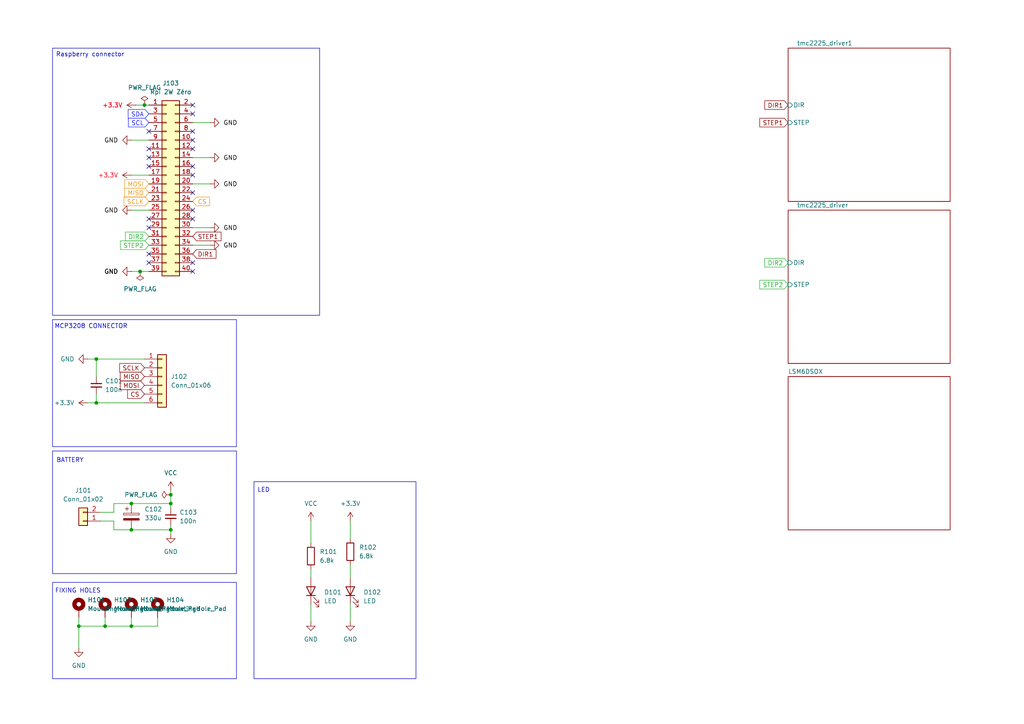
<source format=kicad_sch>
(kicad_sch (version 20250114) (generator "eeschema") (generator_version "9.0")
  (paper "A4")
  (lib_symbols
    (symbol "Connector_Generic:Conn_01x02" (pin_names (offset 1.016) (hide yes))
      (property "Reference" "J" (at 0 2.54 0))
      (property "Value" "Conn_01x02" (at 0 -5.08 0))
      (symbol "Conn_01x02_1_1"
        (rectangle (start -1.27 1.27) (end 1.27 -3.81) (stroke (width 0.254)) (fill (type background)))
        (rectangle (start -1.27 0.127) (end 0 -0.127) (stroke (width 0.1524)))
        (rectangle (start -1.27 -2.413) (end 0 -2.667) (stroke (width 0.1524)))
        (pin passive line (at -5.08 0 0) (length 3.81) (name "Pin_1") (number "1"))
        (pin passive line (at -5.08 -2.54 0) (length 3.81) (name "Pin_2") (number "2"))
      )
    )
    (symbol "Connector_Generic:Conn_01x06" (pin_names (offset 1.016) (hide yes))
      (property "Reference" "J" (at 0 7.62 0))
      (property "Value" "Conn_01x06" (at 0 -10.16 0))
      (symbol "Conn_01x06_1_1"
        (rectangle (start -1.27 6.35) (end 1.27 -8.89) (stroke (width 0.254)) (fill (type background)))
        (rectangle (start -1.27 5.207) (end 0 4.953) (stroke (width 0.1524)))
        (rectangle (start -1.27 2.667) (end 0 2.413) (stroke (width 0.1524)))
        (rectangle (start -1.27 0.127) (end 0 -0.127) (stroke (width 0.1524)))
        (rectangle (start -1.27 -2.413) (end 0 -2.667) (stroke (width 0.1524)))
        (rectangle (start -1.27 -4.953) (end 0 -5.207) (stroke (width 0.1524)))
        (rectangle (start -1.27 -7.493) (end 0 -7.747) (stroke (width 0.1524)))
        (pin passive line (at -5.08 5.08 0) (length 3.81) (name "Pin_1") (number "1"))
        (pin passive line (at -5.08 2.54 0) (length 3.81) (name "Pin_2") (number "2"))
        (pin passive line (at -5.08 0 0) (length 3.81) (name "Pin_3") (number "3"))
        (pin passive line (at -5.08 -2.54 0) (length 3.81) (name "Pin_4") (number "4"))
        (pin passive line (at -5.08 -5.08 0) (length 3.81) (name "Pin_5") (number "5"))
        (pin passive line (at -5.08 -7.62 0) (length 3.81) (name "Pin_6") (number "6"))
      )
    )
    (symbol "Connector_Generic:Conn_02x20_Odd_Even" (pin_names (offset 1.016) (hide yes))
      (property "Reference" "J" (at 1.27 25.4 0))
      (property "Value" "Conn_02x20_Odd_Even" (at 1.27 -27.94 0))
      (symbol "Conn_02x20_Odd_Even_1_1"
        (rectangle (start -1.27 24.13) (end 3.81 -26.67) (stroke (width 0.254)) (fill (type background)))
        (rectangle (start -1.27 22.987) (end 0 22.733) (stroke (width 0.1524)))
        (rectangle (start -1.27 20.447) (end 0 20.193) (stroke (width 0.1524)))
        (rectangle (start -1.27 17.907) (end 0 17.653) (stroke (width 0.1524)))
        (rectangle (start -1.27 15.367) (end 0 15.113) (stroke (width 0.1524)))
        (rectangle (start -1.27 12.827) (end 0 12.573) (stroke (width 0.1524)))
        (rectangle (start -1.27 10.287) (end 0 10.033) (stroke (width 0.1524)))
        (rectangle (start -1.27 7.747) (end 0 7.493) (stroke (width 0.1524)))
        (rectangle (start -1.27 5.207) (end 0 4.953) (stroke (width 0.1524)))
        (rectangle (start -1.27 2.667) (end 0 2.413) (stroke (width 0.1524)))
        (rectangle (start -1.27 0.127) (end 0 -0.127) (stroke (width 0.1524)))
        (rectangle (start -1.27 -2.413) (end 0 -2.667) (stroke (width 0.1524)))
        (rectangle (start -1.27 -4.953) (end 0 -5.207) (stroke (width 0.1524)))
        (rectangle (start -1.27 -7.493) (end 0 -7.747) (stroke (width 0.1524)))
        (rectangle (start -1.27 -10.033) (end 0 -10.287) (stroke (width 0.1524)))
        (rectangle (start -1.27 -12.573) (end 0 -12.827) (stroke (width 0.1524)))
        (rectangle (start -1.27 -15.113) (end 0 -15.367) (stroke (width 0.1524)))
        (rectangle (start -1.27 -17.653) (end 0 -17.907) (stroke (width 0.1524)))
        (rectangle (start -1.27 -20.193) (end 0 -20.447) (stroke (width 0.1524)))
        (rectangle (start -1.27 -22.733) (end 0 -22.987) (stroke (width 0.1524)))
        (rectangle (start -1.27 -25.273) (end 0 -25.527) (stroke (width 0.1524)))
        (rectangle (start 3.81 22.987) (end 2.54 22.733) (stroke (width 0.1524)))
        (rectangle (start 3.81 20.447) (end 2.54 20.193) (stroke (width 0.1524)))
        (rectangle (start 3.81 17.907) (end 2.54 17.653) (stroke (width 0.1524)))
        (rectangle (start 3.81 15.367) (end 2.54 15.113) (stroke (width 0.1524)))
        (rectangle (start 3.81 12.827) (end 2.54 12.573) (stroke (width 0.1524)))
        (rectangle (start 3.81 10.287) (end 2.54 10.033) (stroke (width 0.1524)))
        (rectangle (start 3.81 7.747) (end 2.54 7.493) (stroke (width 0.1524)))
        (rectangle (start 3.81 5.207) (end 2.54 4.953) (stroke (width 0.1524)))
        (rectangle (start 3.81 2.667) (end 2.54 2.413) (stroke (width 0.1524)))
        (rectangle (start 3.81 0.127) (end 2.54 -0.127) (stroke (width 0.1524)))
        (rectangle (start 3.81 -2.413) (end 2.54 -2.667) (stroke (width 0.1524)))
        (rectangle (start 3.81 -4.953) (end 2.54 -5.207) (stroke (width 0.1524)))
        (rectangle (start 3.81 -7.493) (end 2.54 -7.747) (stroke (width 0.1524)))
        (rectangle (start 3.81 -10.033) (end 2.54 -10.287) (stroke (width 0.1524)))
        (rectangle (start 3.81 -12.573) (end 2.54 -12.827) (stroke (width 0.1524)))
        (rectangle (start 3.81 -15.113) (end 2.54 -15.367) (stroke (width 0.1524)))
        (rectangle (start 3.81 -17.653) (end 2.54 -17.907) (stroke (width 0.1524)))
        (rectangle (start 3.81 -20.193) (end 2.54 -20.447) (stroke (width 0.1524)))
        (rectangle (start 3.81 -22.733) (end 2.54 -22.987) (stroke (width 0.1524)))
        (rectangle (start 3.81 -25.273) (end 2.54 -25.527) (stroke (width 0.1524)))
        (pin passive line (at -5.08 22.86 0) (length 3.81) (name "Pin_1") (number "1"))
        (pin passive line (at -5.08 20.32 0) (length 3.81) (name "Pin_3") (number "3"))
        (pin passive line (at -5.08 17.78 0) (length 3.81) (name "Pin_5") (number "5"))
        (pin passive line (at -5.08 15.24 0) (length 3.81) (name "Pin_7") (number "7"))
        (pin passive line (at -5.08 12.7 0) (length 3.81) (name "Pin_9") (number "9"))
        (pin passive line (at -5.08 10.16 0) (length 3.81) (name "Pin_11") (number "11"))
        (pin passive line (at -5.08 7.62 0) (length 3.81) (name "Pin_13") (number "13"))
        (pin passive line (at -5.08 5.08 0) (length 3.81) (name "Pin_15") (number "15"))
        (pin passive line (at -5.08 2.54 0) (length 3.81) (name "Pin_17") (number "17"))
        (pin passive line (at -5.08 0 0) (length 3.81) (name "Pin_19") (number "19"))
        (pin passive line (at -5.08 -2.54 0) (length 3.81) (name "Pin_21") (number "21"))
        (pin passive line (at -5.08 -5.08 0) (length 3.81) (name "Pin_23") (number "23"))
        (pin passive line (at -5.08 -7.62 0) (length 3.81) (name "Pin_25") (number "25"))
        (pin passive line (at -5.08 -10.16 0) (length 3.81) (name "Pin_27") (number "27"))
        (pin passive line (at -5.08 -12.7 0) (length 3.81) (name "Pin_29") (number "29"))
        (pin passive line (at -5.08 -15.24 0) (length 3.81) (name "Pin_31") (number "31"))
        (pin passive line (at -5.08 -17.78 0) (length 3.81) (name "Pin_33") (number "33"))
        (pin passive line (at -5.08 -20.32 0) (length 3.81) (name "Pin_35") (number "35"))
        (pin passive line (at -5.08 -22.86 0) (length 3.81) (name "Pin_37") (number "37"))
        (pin passive line (at -5.08 -25.4 0) (length 3.81) (name "Pin_39") (number "39"))
        (pin passive line (at 7.62 22.86 180) (length 3.81) (name "Pin_2") (number "2"))
        (pin passive line (at 7.62 20.32 180) (length 3.81) (name "Pin_4") (number "4"))
        (pin passive line (at 7.62 17.78 180) (length 3.81) (name "Pin_6") (number "6"))
        (pin passive line (at 7.62 15.24 180) (length 3.81) (name "Pin_8") (number "8"))
        (pin passive line (at 7.62 12.7 180) (length 3.81) (name "Pin_10") (number "10"))
        (pin passive line (at 7.62 10.16 180) (length 3.81) (name "Pin_12") (number "12"))
        (pin passive line (at 7.62 7.62 180) (length 3.81) (name "Pin_14") (number "14"))
        (pin passive line (at 7.62 5.08 180) (length 3.81) (name "Pin_16") (number "16"))
        (pin passive line (at 7.62 2.54 180) (length 3.81) (name "Pin_18") (number "18"))
        (pin passive line (at 7.62 0 180) (length 3.81) (name "Pin_20") (number "20"))
        (pin passive line (at 7.62 -2.54 180) (length 3.81) (name "Pin_22") (number "22"))
        (pin passive line (at 7.62 -5.08 180) (length 3.81) (name "Pin_24") (number "24"))
        (pin passive line (at 7.62 -7.62 180) (length 3.81) (name "Pin_26") (number "26"))
        (pin passive line (at 7.62 -10.16 180) (length 3.81) (name "Pin_28") (number "28"))
        (pin passive line (at 7.62 -12.7 180) (length 3.81) (name "Pin_30") (number "30"))
        (pin passive line (at 7.62 -15.24 180) (length 3.81) (name "Pin_32") (number "32"))
        (pin passive line (at 7.62 -17.78 180) (length 3.81) (name "Pin_34") (number "34"))
        (pin passive line (at 7.62 -20.32 180) (length 3.81) (name "Pin_36") (number "36"))
        (pin passive line (at 7.62 -22.86 180) (length 3.81) (name "Pin_38") (number "38"))
        (pin passive line (at 7.62 -25.4 180) (length 3.81) (name "Pin_40") (number "40"))
      )
    )
    (symbol "Device:C_Polarized" (pin_numbers (hide yes)) (pin_names (offset 0.254))
      (property "Reference" "C" (at 0.635 2.54 0))
      (property "Value" "C_Polarized" (at 0.635 -2.54 0))
      (symbol "C_Polarized_0_1"
        (rectangle (start -2.286 0.508) (end 2.286 1.016))
        (polyline (pts (xy -1.778 2.286) (xy -0.762 2.286)))
        (polyline (pts (xy -1.27 2.794) (xy -1.27 1.778)))
        (rectangle (start 2.286 -0.508) (end -2.286 -1.016) (fill (type outline)))
      )
      (symbol "C_Polarized_1_1"
        (pin passive line (at 0 3.81 270) (length 2.794) (name "~") (number "1"))
        (pin passive line (at 0 -3.81 90) (length 2.794) (name "~") (number "2"))
      )
    )
    (symbol "Device:C_Small" (pin_numbers (hide yes)) (pin_names (offset 0.254) (hide yes))
      (property "Reference" "C" (at 0.254 1.778 0))
      (property "Value" "C_Small" (at 0.254 -2.032 0))
      (symbol "C_Small_0_1"
        (polyline (pts (xy -1.524 0.508) (xy 1.524 0.508)) (stroke (width 0.3048)))
        (polyline (pts (xy -1.524 -0.508) (xy 1.524 -0.508)) (stroke (width 0.3302)))
      )
      (symbol "C_Small_1_1"
        (pin passive line (at 0 2.54 270) (length 2.032) (name "~") (number "1"))
        (pin passive line (at 0 -2.54 90) (length 2.032) (name "~") (number "2"))
      )
    )
    (symbol "Device:LED" (pin_numbers (hide yes)) (pin_names (offset 1.016) (hide yes))
      (property "Reference" "D" (at 0 2.54 0))
      (property "Value" "LED" (at 0 -2.54 0))
      (symbol "LED_0_1"
        (polyline (pts (xy -3.048 -0.762) (xy -4.572 -2.286) (xy -3.81 -2.286) (xy -4.572 -2.286) (xy -4.572 -1.524)))
        (polyline (pts (xy -1.778 -0.762) (xy -3.302 -2.286) (xy -2.54 -2.286) (xy -3.302 -2.286) (xy -3.302 -1.524)))
        (polyline (pts (xy -1.27 0) (xy 1.27 0)))
        (polyline (pts (xy -1.27 -1.27) (xy -1.27 1.27)) (stroke (width 0.254)))
        (polyline (pts (xy 1.27 -1.27) (xy 1.27 1.27) (xy -1.27 0) (xy 1.27 -1.27)) (stroke (width 0.254)))
      )
      (symbol "LED_1_1"
        (pin passive line (at -3.81 0 0) (length 2.54) (name "K") (number "1"))
        (pin passive line (at 3.81 0 180) (length 2.54) (name "A") (number "2"))
      )
    )
    (symbol "Device:R" (pin_numbers (hide yes)) (pin_names (offset 0))
      (property "Reference" "R" (at 2.032 0 90))
      (property "Value" "R" (at 0 0 90))
      (symbol "R_0_1"
        (rectangle (start -1.016 -2.54) (end 1.016 2.54) (stroke (width 0.254)))
      )
      (symbol "R_1_1"
        (pin passive line (at 0 3.81 270) (length 1.27) (name "~") (number "1"))
        (pin passive line (at 0 -3.81 90) (length 1.27) (name "~") (number "2"))
      )
    )
    (symbol "Mechanical:MountingHole_Pad" (pin_numbers (hide yes)) (pin_names (offset 1.016) (hide yes))
      (property "Reference" "H" (at 0 6.35 0))
      (property "Value" "MountingHole_Pad" (at 0 4.445 0))
      (symbol "MountingHole_Pad_0_1"
        (circle (center 0 1.27) (radius 1.27) (stroke (width 1.27)))
      )
      (symbol "MountingHole_Pad_1_1"
        (pin input line (at 0 -2.54 90) (length 2.54) (name "1") (number "1"))
      )
    )
    (symbol "VCC_2" (power) (pin_numbers (hide yes)) (pin_names (offset 0) (hide yes))
      (property "Value" "VCC" (at 0 3.556 0))
      (symbol "VCC_2_0_1"
        (polyline (pts (xy -0.762 1.27) (xy 0 2.54)))
        (polyline (pts (xy 0 2.54) (xy 0.762 1.27)))
        (polyline (pts (xy 0 0) (xy 0 2.54)))
      )
      (symbol "VCC_2_1_1"
        (pin power_in line (at 0 0 90) (length 0) (name "~") (number "1"))
      )
    )
    (symbol "power:+3.3V" (power) (pin_numbers (hide yes)) (pin_names (offset 0) (hide yes))
      (property "Value" "+3.3V" (at 0 3.556 0))
      (symbol "+3.3V_0_1"
        (polyline (pts (xy -0.762 1.27) (xy 0 2.54)))
        (polyline (pts (xy 0 2.54) (xy 0.762 1.27)))
        (polyline (pts (xy 0 0) (xy 0 2.54)))
      )
      (symbol "+3.3V_1_1"
        (pin power_in line (at 0 0 90) (length 0) (name "~") (number "1"))
      )
    )
    (symbol "power:GND" (power) (pin_numbers (hide yes)) (pin_names (offset 0) (hide yes))
      (property "Value" "GND" (at 0 -3.81 0))
      (symbol "GND_0_1"
        (polyline (pts (xy 0 0) (xy 0 -1.27) (xy 1.27 -1.27) (xy 0 -2.54) (xy -1.27 -1.27) (xy 0 -1.27)))
      )
      (symbol "GND_1_1"
        (pin power_in line (at 0 0 270) (length 0) (name "~") (number "1"))
      )
    )
    (symbol "power:PWR_FLAG" (power) (pin_numbers (hide yes)) (pin_names (offset 0) (hide yes))
      (property "Value" "PWR_FLAG" (at 0 3.81 0))
      (symbol "PWR_FLAG_0_0"
        (pin power_out line (at 0 0 90) (length 0) (name "~") (number "1"))
      )
      (symbol "PWR_FLAG_0_1"
        (polyline (pts (xy 0 0) (xy 0 1.27) (xy -1.016 1.905) (xy 0 2.54) (xy 1.016 1.905) (xy 0 1.27)))
      )
    )
    (symbol "power:VCC" (power) (pin_names (offset 0))
      (property "Value" "VCC" (at 0 3.81 0))
      (symbol "VCC_0_1"
        (polyline (pts (xy -0.762 1.27) (xy 0 2.54)))
        (polyline (pts (xy 0 2.54) (xy 0.762 1.27)))
        (polyline (pts (xy 0 0) (xy 0 2.54)))
      )
      (symbol "VCC_1_1"
        (pin power_in line (at 0 0 90) (length 0) (hide yes) (name "VCC") (number "1"))
      )
    )
  )
  (rectangle (start 15.24 168.91) (end 68.58 196.85))
  (rectangle (start 15.24 92.71) (end 68.58 129.54))
  (rectangle (start 73.66 139.7) (end 120.65 196.85))
  (rectangle (start 15.24 130.81) (end 68.58 166.37))
  (text "FIXING HOLES\n" (at 22.606 171.45 0) (effects (font (size 1.27 1.27))))
  (text "BATTERY\n" (at 20.32 133.604 0) (effects (font (size 1.27 1.27))))
  (text "MCP3208 CONNECTOR" (at 26.416 94.742 0) (effects (font (size 1.27 1.27))))
  (text "LED\n" (at 76.454 142.24 0) (effects (font (size 1.27 1.27))))
  (text_box "Raspberry connector\n\n" (at 15.24 13.97 0) (size 77.47 77.47) (margins 0.9525 0.9525 0.9525 0.9525) (effects (font (size 1.27 1.27)) (justify left top)))
  (junction (at 27.94 116.84))
  (junction (at 38.1 146.05))
  (junction (at 38.1 181.61))
  (junction (at 49.53 143.51))
  (junction (at 27.94 104.14))
  (junction (at 40.64 78.74))
  (junction (at 22.86 181.61))
  (junction (at 49.53 153.67))
  (junction (at 49.53 146.05))
  (junction (at 30.48 181.61))
  (junction (at 38.1 153.67))
  (junction (at 41.91 30.48))
  (no_connect (at 55.88 48.26))
  (no_connect (at 43.18 43.18))
  (no_connect (at 55.88 30.48))
  (no_connect (at 43.18 38.1))
  (no_connect (at 55.88 40.64))
  (no_connect (at 55.88 55.88))
  (no_connect (at 43.18 76.2))
  (no_connect (at 55.88 60.96))
  (no_connect (at 43.18 45.72))
  (no_connect (at 55.88 43.18))
  (no_connect (at 55.88 78.74))
  (no_connect (at 55.88 33.02))
  (no_connect (at 43.18 73.66))
  (no_connect (at 55.88 63.5))
  (no_connect (at 43.18 63.5))
  (no_connect (at 43.18 48.26))
  (no_connect (at 55.88 38.1))
  (no_connect (at 55.88 76.2))
  (no_connect (at 55.88 50.8))
  (no_connect (at 43.18 66.04))
  (wire (pts (xy 38.1 78.74) (xy 40.64 78.74)))
  (wire (pts (xy 55.88 66.04) (xy 60.96 66.04)))
  (wire (pts (xy 38.1 153.67) (xy 49.53 153.67)))
  (wire (pts (xy 22.86 181.61) (xy 22.86 187.96)))
  (wire (pts (xy 25.4 116.84) (xy 27.94 116.84)))
  (wire (pts (xy 29.21 148.59) (xy 33.02 148.59)))
  (wire (pts (xy 25.4 104.14) (xy 27.94 104.14)))
  (wire (pts (xy 38.1 146.05) (xy 49.53 146.05)))
  (wire (pts (xy 30.48 181.61) (xy 22.86 181.61)))
  (wire (pts (xy 39.37 30.48) (xy 41.91 30.48)))
  (wire (pts (xy 33.02 146.05) (xy 38.1 146.05)))
  (wire (pts (xy 33.02 153.67) (xy 38.1 153.67)))
  (wire (pts (xy 38.1 179.07) (xy 38.1 181.61)))
  (wire (pts (xy 29.21 151.13) (xy 33.02 151.13)))
  (wire (pts (xy 49.53 143.51) (xy 49.53 146.05)))
  (wire (pts (xy 101.6 163.83) (xy 101.6 167.64)))
  (wire (pts (xy 27.94 114.3) (xy 27.94 116.84)))
  (wire (pts (xy 55.88 71.12) (xy 60.96 71.12)))
  (wire (pts (xy 45.72 179.07) (xy 45.72 181.61)))
  (wire (pts (xy 27.94 104.14) (xy 41.91 104.14)))
  (wire (pts (xy 101.6 175.26) (xy 101.6 180.34)))
  (wire (pts (xy 38.1 50.8) (xy 43.18 50.8)))
  (wire (pts (xy 55.88 53.34) (xy 60.96 53.34)))
  (wire (pts (xy 27.94 116.84) (xy 41.91 116.84)))
  (wire (pts (xy 90.17 175.26) (xy 90.17 180.34)))
  (wire (pts (xy 49.53 146.05) (xy 49.53 147.32)))
  (wire (pts (xy 38.1 181.61) (xy 45.72 181.61)))
  (wire (pts (xy 40.64 78.74) (xy 43.18 78.74)))
  (wire (pts (xy 90.17 165.1) (xy 90.17 167.64)))
  (wire (pts (xy 49.53 142.24) (xy 49.53 143.51)))
  (wire (pts (xy 55.88 45.72) (xy 60.96 45.72)))
  (wire (pts (xy 22.86 179.07) (xy 22.86 181.61)))
  (wire (pts (xy 33.02 151.13) (xy 33.02 153.67)))
  (wire (pts (xy 101.6 151.13) (xy 101.6 156.21)))
  (wire (pts (xy 60.96 35.56) (xy 55.88 35.56)))
  (wire (pts (xy 41.91 30.48) (xy 43.18 30.48)))
  (wire (pts (xy 38.1 60.96) (xy 43.18 60.96)))
  (wire (pts (xy 49.53 154.94) (xy 49.53 153.67)))
  (wire (pts (xy 90.17 151.13) (xy 90.17 157.48)))
  (wire (pts (xy 27.94 104.14) (xy 27.94 109.22)))
  (wire (pts (xy 38.1 40.64) (xy 43.18 40.64)))
  (wire (pts (xy 49.53 153.67) (xy 49.53 152.4)))
  (wire (pts (xy 30.48 179.07) (xy 30.48 181.61)))
  (wire (pts (xy 30.48 181.61) (xy 38.1 181.61)))
  (wire (pts (xy 33.02 148.59) (xy 33.02 146.05)))
  (global_label "CS" (shape input) (at 55.88 58.42 0) (property "Intersheetrefs" "${INTERSHEET_REFS}" (effects (hide yes))))
  (global_label "CS" (shape input) (at 41.91 114.3 180) (property "Intersheetrefs" "${INTERSHEET_REFS}" (effects (hide yes))))
  (global_label "MISO" (shape input) (at 41.91 109.22 180) (property "Intersheetrefs" "${INTERSHEET_REFS}" (effects (hide yes))))
  (global_label "STEP2" (shape input) (at 228.6 82.55 180) (property "Intersheetrefs" "${INTERSHEET_REFS}" (effects (hide yes))))
  (global_label "MOSI" (shape input) (at 43.18 53.34 180) (property "Intersheetrefs" "${INTERSHEET_REFS}" (effects (hide yes))))
  (global_label "SDA" (shape input) (at 43.18 33.02 180) (property "Intersheetrefs" "${INTERSHEET_REFS}" (effects (hide yes))))
  (global_label "SCLK" (shape input) (at 41.91 106.68 180) (property "Intersheetrefs" "${INTERSHEET_REFS}" (effects (hide yes))))
  (global_label "MISO" (shape input) (at 43.18 55.88 180) (property "Intersheetrefs" "${INTERSHEET_REFS}" (effects (hide yes))))
  (global_label "STEP1" (shape input) (at 55.88 68.58 0) (property "Intersheetrefs" "${INTERSHEET_REFS}" (effects (hide yes))))
  (global_label "STEP1" (shape input) (at 228.6 35.56 180) (property "Intersheetrefs" "${INTERSHEET_REFS}" (effects (hide yes))))
  (global_label "DIR2" (shape input) (at 228.6 76.2 180) (property "Intersheetrefs" "${INTERSHEET_REFS}" (effects (hide yes))))
  (global_label "SCLK" (shape input) (at 43.18 58.42 180) (property "Intersheetrefs" "${INTERSHEET_REFS}" (effects (hide yes))))
  (global_label "STEP2" (shape input) (at 43.18 71.12 180) (property "Intersheetrefs" "${INTERSHEET_REFS}" (effects (hide yes))))
  (global_label "DIR2" (shape input) (at 43.18 68.58 180) (property "Intersheetrefs" "${INTERSHEET_REFS}" (effects (hide yes))))
  (global_label "SCL" (shape input) (at 43.18 35.56 180) (property "Intersheetrefs" "${INTERSHEET_REFS}" (effects (hide yes))))
  (global_label "DIR1" (shape input) (at 55.88 73.66 0) (property "Intersheetrefs" "${INTERSHEET_REFS}" (effects (hide yes))))
  (global_label "DIR1" (shape input) (at 228.6 30.48 180) (property "Intersheetrefs" "${INTERSHEET_REFS}" (effects (hide yes))))
  (global_label "MOSI" (shape input) (at 41.91 111.76 180) (property "Intersheetrefs" "${INTERSHEET_REFS}" (effects (hide yes))))
  (symbol (lib_id "power:GND") (at 38.1 60.96 270) (unit 1)
    (property "Reference" "#PWR0106" (effects (hide yes)))
    (property "Value" "GND" (at 34.29 60.9599 90) (effects (justify right)))
    (property "Description" "Power symbol creates a global label with name \"GND\" , ground" (effects (hide yes)))
  )
  (symbol (lib_id "power:GND") (at 60.96 66.04 90) (unit 1)
    (property "Reference" "#PWR0114" (effects (hide yes)))
    (property "Value" "GND" (at 64.77 66.0399 90) (effects (justify right)))
    (property "Description" "Power symbol creates a global label with name \"GND\" , ground" (effects (hide yes)))
  )
  (symbol (lib_name "VCC_2") (lib_id "power:VCC") (at 49.53 142.24 0) (unit 1)
    (property "Reference" "#PWR0109" (effects (hide yes)))
    (property "Value" "VCC" (at 49.53 137.16 0))
    (property "Description" "Power symbol creates a global label with name \"VCC\"" (effects (hide yes)))
  )
  (symbol (lib_id "power:+3.3V") (at 101.6 151.13 0) (unit 1)
    (property "Reference" "#PWR0118" (effects (hide yes)))
    (property "Value" "+3.3V" (at 101.6 146.05 0))
    (property "Description" "Power symbol creates a global label with name \"+3.3V\"" (effects (hide yes)))
  )
  (symbol (lib_id "power:GND") (at 60.96 53.34 90) (unit 1)
    (property "Reference" "#PWR0113" (effects (hide yes)))
    (property "Value" "GND" (at 64.77 53.3399 90) (effects (justify right)))
    (property "Description" "Power symbol creates a global label with name \"GND\" , ground" (effects (hide yes)))
  )
  (symbol (lib_id "Device:LED") (at 101.6 171.45 90) (unit 1)
    (property "Reference" "D102" (at 105.41 171.7674 90) (effects (justify right)))
    (property "Value" "LED" (at 105.41 174.3074 90) (effects (justify right)))
    (property "Footprint" "LED_SMD:LED_0603_1608Metric" (effects (hide yes)))
    (property "Description" "Light emitting diode" (effects (hide yes)))
  )
  (symbol (lib_id "power:GND") (at 25.4 104.14 270) (unit 1)
    (property "Reference" "#PWR0102" (effects (hide yes)))
    (property "Value" "GND" (at 21.59 104.1399 90) (effects (justify right)))
    (property "Description" "Power symbol creates a global label with name \"GND\" , ground" (effects (hide yes)))
  )
  (symbol (lib_id "Device:C_Small") (at 27.94 111.76 0) (unit 1)
    (property "Reference" "C101" (at 30.48 110.4962 0) (effects (justify left)))
    (property "Value" "100n" (at 30.48 113.0362 0) (effects (justify left)))
    (property "Footprint" "Capacitor_SMD:C_0603_1608Metric" (effects (hide yes)))
    (property "Description" "Unpolarized capacitor, small symbol" (effects (hide yes)))
  )
  (symbol (lib_id "power:GND") (at 60.96 45.72 90) (unit 1)
    (property "Reference" "#PWR0112" (effects (hide yes)))
    (property "Value" "GND" (at 64.77 45.7199 90) (effects (justify right)))
    (property "Description" "Power symbol creates a global label with name \"GND\" , ground" (effects (hide yes)))
  )
  (symbol (lib_id "power:GND") (at 38.1 78.74 270) (unit 1)
    (property "Reference" "#PWR0107" (effects (hide yes)))
    (property "Value" "GND" (at 34.29 78.7399 90) (effects (justify right)))
    (property "Description" "Power symbol creates a global label with name \"GND\" , ground" (effects (hide yes)))
  )
  (symbol (lib_id "Device:R") (at 90.17 161.29 0) (unit 1)
    (property "Reference" "R101" (at 92.71 160.0199 0) (effects (justify left)))
    (property "Value" "6.8k" (at 92.71 162.5599 0) (effects (justify left)))
    (property "Footprint" "Resistor_SMD:R_0603_1608Metric" (effects (hide yes)))
    (property "Description" "Resistor" (effects (hide yes)))
  )
  (symbol (lib_id "power:+3.3V") (at 25.4 116.84 90) (unit 1)
    (property "Reference" "#PWR0103" (effects (hide yes)))
    (property "Value" "+3.3V" (at 21.59 116.8399 90) (effects (justify left)))
    (property "Description" "Power symbol creates a global label with name \"+3.3V\"" (effects (hide yes)))
  )
  (symbol (lib_id "power:PWR_FLAG") (at 40.64 78.74 180) (unit 1)
    (property "Reference" "#FLG0101" (effects (hide yes)))
    (property "Value" "PWR_FLAG" (at 40.64 83.82 0))
    (property "Description" "Special symbol for telling ERC where power comes from" (effects (hide yes)))
  )
  (symbol (lib_id "power:GND") (at 90.17 180.34 0) (unit 1)
    (property "Reference" "#PWR0117" (effects (hide yes)))
    (property "Value" "GND" (at 90.17 185.42 0))
    (property "Description" "Power symbol creates a global label with name \"GND\" , ground" (effects (hide yes)))
  )
  (symbol (lib_id "Device:R") (at 101.6 160.02 0) (unit 1)
    (property "Reference" "R102" (at 104.14 158.7499 0) (effects (justify left)))
    (property "Value" "6.8k" (at 104.14 161.2899 0) (effects (justify left)))
    (property "Footprint" "Resistor_SMD:R_0603_1608Metric" (effects (hide yes)))
    (property "Description" "Resistor" (effects (hide yes)))
  )
  (symbol (lib_id "power:GND") (at 60.96 35.56 90) (unit 1)
    (property "Reference" "#PWR0111" (effects (hide yes)))
    (property "Value" "GND" (at 64.77 35.5599 90) (effects (justify right)))
    (property "Description" "Power symbol creates a global label with name \"GND\" , ground" (effects (hide yes)))
  )
  (symbol (lib_id "power:PWR_FLAG") (at 41.91 30.48 0) (unit 1)
    (property "Reference" "#FLG0102" (effects (hide yes)))
    (property "Value" "PWR_FLAG" (at 41.91 25.4 0))
    (property "Description" "Special symbol for telling ERC where power comes from" (effects (hide yes)))
  )
  (symbol (lib_id "Connector_Generic:Conn_01x02") (at 24.13 151.13 180) (unit 1)
    (property "Reference" "J101" (at 24.13 142.24 0))
    (property "Value" "Conn_01x02" (at 24.13 144.78 0))
    (property "Footprint" "Connector_JST:JST_EH_B2B-EH-A_1x02_P2.50mm_Vertical" (effects (hide yes)))
    (property "Description" "Generic connector, single row, 01x02, script generated (kicad-library-utils/schlib/autogen/connector/)" (effects (hide yes)))
  )
  (symbol (lib_id "Mechanical:MountingHole_Pad") (at 22.86 176.53 0) (unit 1)
    (property "Reference" "H101" (at 25.4 173.9899 0) (effects (justify left)))
    (property "Value" "MountingHole_Pad" (at 25.4 176.5299 0) (effects (justify left)))
    (property "Footprint" "MountingHole:MountingHole_2.7mm_M2.5_Pad" (effects (hide yes)))
    (property "Description" "Mounting Hole with connection" (effects (hide yes)))
  )
  (symbol (lib_id "Mechanical:MountingHole_Pad") (at 45.72 176.53 0) (unit 1)
    (property "Reference" "H104" (at 48.26 173.9899 0) (effects (justify left)))
    (property "Value" "MountingHole_Pad" (at 48.26 176.5299 0) (effects (justify left)))
    (property "Footprint" "MountingHole:MountingHole_2.7mm_M2.5_Pad" (effects (hide yes)))
    (property "Description" "Mounting Hole with connection" (effects (hide yes)))
  )
  (symbol (lib_id "Device:C_Polarized") (at 38.1 149.86 0) (unit 1)
    (property "Reference" "C102" (at 41.91 147.7009 0) (effects (justify left)))
    (property "Value" "330u" (at 41.91 150.2409 0) (effects (justify left)))
    (property "Footprint" "Capacitor_SMD:CP_Elec_6.3x5.4" (effects (hide yes)))
    (property "Description" "Polarized capacitor" (effects (hide yes)))
  )
  (symbol (lib_id "power:GND") (at 22.86 187.96 0) (unit 1)
    (property "Reference" "#PWR0101" (effects (hide yes)))
    (property "Value" "GND" (at 22.86 193.04 0))
    (property "Description" "Power symbol creates a global label with name \"GND\" , ground" (effects (hide yes)))
  )
  (symbol (lib_id "Mechanical:MountingHole_Pad") (at 38.1 176.53 0) (unit 1)
    (property "Reference" "H103" (at 40.64 173.9899 0) (effects (justify left)))
    (property "Value" "MountingHole_Pad" (at 40.64 176.5299 0) (effects (justify left)))
    (property "Footprint" "MountingHole:MountingHole_2.7mm_M2.5_Pad" (effects (hide yes)))
    (property "Description" "Mounting Hole with connection" (effects (hide yes)))
  )
  (symbol (lib_id "Mechanical:MountingHole_Pad") (at 30.48 176.53 0) (unit 1)
    (property "Reference" "H102" (at 33.02 173.9899 0) (effects (justify left)))
    (property "Value" "MountingHole_Pad" (at 33.02 176.5299 0) (effects (justify left)))
    (property "Footprint" "MountingHole:MountingHole_2.7mm_M2.5_Pad" (effects (hide yes)))
    (property "Description" "Mounting Hole with connection" (effects (hide yes)))
  )
  (symbol (lib_id "power:GND") (at 101.6 180.34 0) (unit 1)
    (property "Reference" "#PWR0119" (effects (hide yes)))
    (property "Value" "GND" (at 101.6 185.42 0))
    (property "Description" "Power symbol creates a global label with name \"GND\" , ground" (effects (hide yes)))
  )
  (symbol (lib_id "Connector_Generic:Conn_02x20_Odd_Even") (at 48.26 53.34 0) (unit 1)
    (property "Reference" "J103" (at 49.53 24.13 0))
    (property "Value" "Rpi 2W Zéro" (at 49.53 26.67 0))
    (property "Footprint" "Connector_PinSocket_2.54mm:PinSocket_2x20_P2.54mm_Vertical" (effects (hide yes)))
    (property "Description" "Generic connector, double row, 02x20, odd/even pin numbering scheme (row 1 odd numbers, row 2 even numbers), script generated (kicad-library-utils/schlib/autogen/connector/)" (effects (hide yes)))
  )
  (symbol (lib_id "Connector_Generic:Conn_01x06") (at 46.99 109.22 0) (unit 1)
    (property "Reference" "J102" (at 49.53 109.2199 0) (effects (justify left)))
    (property "Value" "Conn_01x06" (at 49.53 111.7599 0) (effects (justify left)))
    (property "Footprint" "Connector_JST:JST_PH_B6B-PH-K_1x06_P2.00mm_Vertical" (effects (hide yes)))
    (property "Description" "Generic connector, single row, 01x06, script generated (kicad-library-utils/schlib/autogen/connector/)" (effects (hide yes)))
  )
  (symbol (lib_id "power:+3.3V") (at 39.37 30.48 90) (unit 1)
    (property "Reference" "#PWR0108" (effects (hide yes)))
    (property "Value" "+3.3V" (at 35.56 30.4799 90) (effects (justify left)))
    (property "Description" "Power symbol creates a global label with name \"+3.3V\"" (effects (hide yes)))
  )
  (symbol (lib_id "power:+3.3V") (at 38.1 50.8 90) (unit 1)
    (property "Reference" "#PWR0105" (effects (hide yes)))
    (property "Value" "+3.3V" (at 34.29 50.7999 90) (effects (justify left)))
    (property "Description" "Power symbol creates a global label with name \"+3.3V\"" (effects (hide yes)))
  )
  (symbol (lib_id "Device:C_Small") (at 49.53 149.86 0) (unit 1)
    (property "Reference" "C103" (at 52.07 148.5962 0) (effects (justify left)))
    (property "Value" "100n" (at 52.07 151.13 0) (effects (justify left)))
    (property "Footprint" "Capacitor_SMD:C_0603_1608Metric" (effects (hide yes)))
    (property "Description" "Unpolarized capacitor, small symbol" (effects (hide yes)))
  )
  (symbol (lib_id "power:GND") (at 49.53 154.94 0) (unit 1)
    (property "Reference" "#PWR0110" (effects (hide yes)))
    (property "Value" "GND" (at 49.53 160.02 0))
    (property "Description" "Power symbol creates a global label with name \"GND\" , ground" (effects (hide yes)))
  )
  (symbol (lib_id "power:VCC") (at 90.17 151.13 0) (unit 1)
    (property "Reference" "#PWR0116" (effects (hide yes)))
    (property "Value" "VCC" (at 90.17 146.05 0))
    (property "Description" "Power symbol creates a global label with name \"VCC\"" (effects (hide yes)))
  )
  (symbol (lib_id "power:GND") (at 60.96 71.12 90) (unit 1)
    (property "Reference" "#PWR0115" (effects (hide yes)))
    (property "Value" "GND" (at 64.77 71.1199 90) (effects (justify right)))
    (property "Description" "Power symbol creates a global label with name \"GND\" , ground" (effects (hide yes)))
  )
  (symbol (lib_id "power:PWR_FLAG") (at 49.53 143.51 90) (unit 1)
    (property "Reference" "#FLG0103" (effects (hide yes)))
    (property "Value" "PWR_FLAG" (at 45.72 143.5099 90) (effects (justify left)))
    (property "Description" "Special symbol for telling ERC where power comes from" (effects (hide yes)))
  )
  (symbol (lib_id "power:GND") (at 38.1 40.64 270) (unit 1)
    (property "Reference" "#PWR0104" (effects (hide yes)))
    (property "Value" "GND" (at 34.29 40.6399 90) (effects (justify right)))
    (property "Description" "Power symbol creates a global label with name \"GND\" , ground" (effects (hide yes)))
  )
  (symbol (lib_id "Device:LED") (at 90.17 171.45 90) (unit 1)
    (property "Reference" "D101" (at 93.98 171.7674 90) (effects (justify right)))
    (property "Value" "LED" (at 93.98 174.3074 90) (effects (justify right)))
    (property "Footprint" "LED_SMD:LED_0603_1608Metric" (effects (hide yes)))
    (property "Description" "Light emitting diode" (effects (hide yes)))
  )
  (sheet (at 228.6 13.97) (size 46.99 44.45) (stroke (width 0.1524))
    (property "Sheetname" "tmc2225_driver1" (at 231.14 13.2584 0) (effects (justify left bottom)))
    (property "Sheetfile" "tmc2225_driverkicad_sch.kicad_sch" (effects (hide yes)))
    (pin "DIR" input (at 228.6 30.48 180))
    (pin "STEP" input (at 228.6 35.56 180))
  )
  (sheet (at 228.6 109.22) (size 46.99 44.45) (stroke (width 0.1524))
    (property "Sheetname" "LSM6DSOX" (at 228.6 108.5084 0) (effects (justify left bottom)))
    (property "Sheetfile" "lms6dsox.kicad_sch" (effects (hide yes)))
  )
  (sheet (at 228.6 60.96) (size 46.99 44.45) (stroke (width 0.1524))
    (property "Sheetname" "tmc2225_driver" (at 231.14 60.2484 0) (effects (justify left bottom)))
    (property "Sheetfile" "tmc2225_driverkicad_sch.kicad_sch" (effects (hide yes)))
    (pin "DIR" input (at 228.6 76.2 180))
    (pin "STEP" input (at 228.6 82.55 180))
  )
)
</source>
